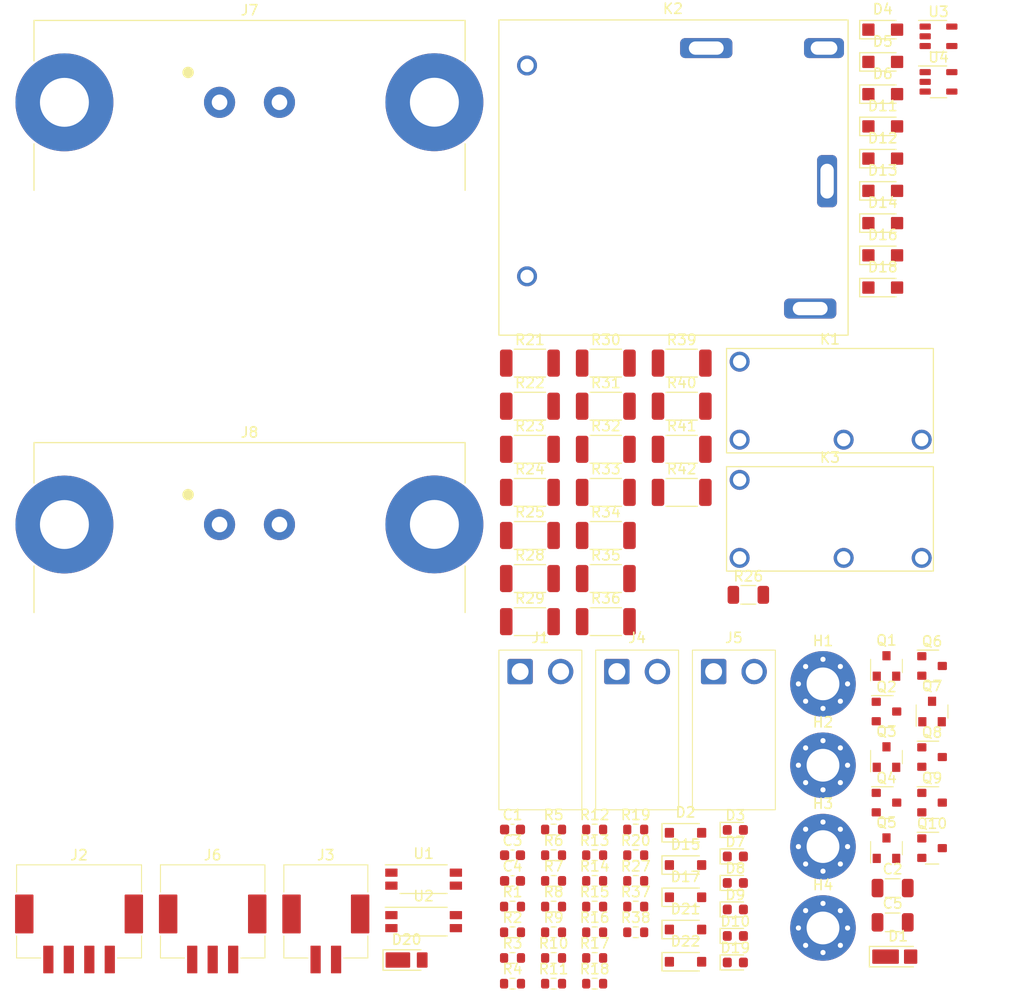
<source format=kicad_pcb>
(kicad_pcb (version 20221018) (generator pcbnew)
  (layers (0 "F.Cu" signal) (31 "B.Cu" signal) (34 "B.Paste" user) (35 "F.Paste" user) (36 "B.SilkS" user "B.Silkscreen") (37 "F.SilkS" user "F.Silkscreen") (38 "B.Mask" user) (39 "F.Mask" user) (44 "Edge.Cuts" user))
  (net 0 "")
  (net 1 "Net-(D4-K)")
  (net 2 "GND")
  (net 3 "+12V")
  (net 4 "Net-(D5-A)")
  (net 5 "Net-(D18-K)")
  (net 6 "Net-(C5-Pad1)")
  (net 7 "Net-(D1-A)")
  (net 8 "/SDN_IN")
  (net 9 "Net-(D2-A)")
  (net 10 "Net-(D3-A)")
  (net 11 "Net-(D7-A)")
  (net 12 "Net-(D8-A)")
  (net 13 "Net-(D9-A)")
  (net 14 "Net-(D10-A)")
  (net 15 "Net-(D11-A)")
  (net 16 "Net-(D13-A)")
  (net 17 "Net-(D15-A)")
  (net 18 "Net-(D16-K)")
  (net 19 "Net-(D17-A)")
  (net 20 "Net-(D19-A)")
  (net 21 "Net-(D20-K)")
  (net 22 "/TS-")
  (net 23 "/AIR+_Drive")
  (net 24 "/AIR-_DRIVE")
  (net 28 "/AIR+_EN")
  (net 29 "/~{PCHG_EN}")
  (net 30 "/AIR-_EN")
  (net 31 "Net-(J3-Pin_1)")
  (net 32 "/Voltage_Detect_1")
  (net 33 "/Voltage_Detect_2")
  (net 34 "/PCHG_IN")
  (net 35 "/PCHG_OUT")
  (net 37 "/TS+")
  (net 39 "Net-(K2-Pad2)")
  (net 40 "Net-(Q3-D)")
  (net 41 "Net-(U1-Collector)")
  (net 42 "Net-(U2-Collector)")
  (net 43 "Net-(U1-Cathode)")
  (net 44 "Net-(U2-Cathode)")
  (net 45 "Net-(R21-Pad1)")
  (net 46 "Net-(R22-Pad1)")
  (net 47 "Net-(R23-Pad1)")
  (net 48 "Net-(R24-Pad1)")
  (net 49 "Net-(R28-Pad1)")
  (net 50 "Net-(R29-Pad1)")
  (net 51 "Net-(R30-Pad1)")
  (net 52 "Net-(R31-Pad1)")
  (net 53 "Net-(R33-Pad1)")
  (net 54 "Net-(R34-Pad1)")
  (net 55 "Net-(R35-Pad1)")
  (net 56 "Net-(U3-REF)")
  (net 57 "Net-(U4-REF)")
  (net 58 "Net-(R39-Pad1)")
  (net 59 "Net-(R40-Pad1)")
  (net 60 "Net-(R41-Pad1)")
  (footprint "ProjectEV:Package_SOT-23_2N7002K-AU" (layer "F.Cu") (at 192.202944 131.252944)
    (fp_text reference "Q9" (at 0 -2.4) (layer "F.SilkS"))
    (fp_text value "2N7002K-AU")
    (pad "1" smd roundrect (at -1 -0.95) (size 0.9 0.8) (layers "F.Cu" "F.Paste" "F.Mask") (roundrect_rratio 0.125) (net 18 "Net-(D16-K)"))
    (pad "2" smd roundrect (at -1 0.95) (size 0.9 0.8) (layers "F.Cu" "F.Paste" "F.Mask") (roundrect_rratio 0.125) (net 2 "GND"))
    (pad "3" smd roundrect (at 1 0) (size 0.9 0.8) (layers "F.Cu" "F.Paste" "F.Mask") (roundrect_rratio 0.125) (net 17 "Net-(D15-A)"))
  )
  (footprint "ProjectEV:Relay_G5Q-1A4 DC12" (layer "F.Cu") (at 182.232944 103.532944)
    (fp_text reference "K3" (at 0 -6 unlocked) (layer "F.SilkS"))
    (fp_text value "G5Q-1A4_DC12")
    (pad "1" thru_hole circle (at -8.82 3.81) (size 1.95 1.95) (drill 1.3) (layers "*.Cu" "*.Mask") (net 19 "Net-(D17-A)"))
    (pad "2" thru_hole circle (at 1.34 3.81) (size 1.95 1.95) (drill 1.3) (layers "*.Cu" "*.Mask") (net 24 "/AIR-_DRIVE"))
    (pad "3" thru_hole circle (at 8.96 3.81) (size 1.95 1.95) (drill 1.3) (layers "*.Cu" "*.Mask") (net 8 "/SDN_IN"))
    (pad "5" thru_hole circle (at -8.82 -3.81) (size 1.95 1.95) (drill 1.3) (layers "*.Cu" "*.Mask") (net 8 "/SDN_IN"))
  )
  (footprint "Resistor_SMD:R_2010_5025Metric" (layer "F.Cu") (at 160.342944 100.942944)
    (fp_text reference "R33" (at 0 -2.28) (layer "F.SilkS"))
    (fp_text value "1M_5025")
    (pad "1" smd roundrect (at -2.3125 0) (size 1.225 2.65) (layers "F.Cu" "F.Paste" "F.Mask") (roundrect_rratio 0.204082) (net 53 "Net-(R33-Pad1)"))
    (pad "2" smd roundrect (at 2.3125 0) (size 1.225 2.65) (layers "F.Cu" "F.Paste" "F.Mask") (roundrect_rratio 0.204082) (net 37 "/TS+"))
  )
  (footprint "ProjectEV:Package_SOT-23_2N7002K-AU" (layer "F.Cu") (at 192.202944 117.902944)
    (fp_text reference "Q6" (at 0 -2.4) (layer "F.SilkS"))
    (fp_text value "2N7002K-AU")
    (pad "1" smd roundrect (at -1 -0.95) (size 0.9 0.8) (layers "F.Cu" "F.Paste" "F.Mask") (roundrect_rratio 0.125) (net 15 "Net-(D11-A)"))
    (pad "2" smd roundrect (at -1 0.95) (size 0.9 0.8) (layers "F.Cu" "F.Paste" "F.Mask") (roundrect_rratio 0.125) (net 2 "GND"))
    (pad "3" smd roundrect (at 1 0) (size 0.9 0.8) (layers "F.Cu" "F.Paste" "F.Mask") (roundrect_rratio 0.125) (net 32 "/Voltage_Detect_1"))
  )
  (footprint "LED_SMD:LED_0603_1608Metric" (layer "F.Cu") (at 172.992944 139.102944)
    (fp_text reference "D8" (at 0 -1.43) (layer "F.SilkS"))
    (fp_text value "LED")
    (pad "1" smd roundrect (at -0.7875 0) (size 0.875 0.95) (layers "F.Cu" "F.Paste" "F.Mask") (net 2 "GND"))
    (pad "2" smd roundrect (at 0.7875 0) (size 0.875 0.95) (layers "F.Cu" "F.Paste" "F.Mask") (net 12 "Net-(D8-A)"))
  )
  (footprint "Resistor_SMD:R_0603_1608Metric" (layer "F.Cu") (at 159.252944 136.392944)
    (fp_text reference "R13" (at 0 -1.43) (layer "F.SilkS"))
    (fp_text value "100_1608")
    (pad "1" smd roundrect (at -0.825 0) (size 0.8 0.95) (layers "F.Cu" "F.Paste" "F.Mask") (net 40 "Net-(Q3-D)"))
    (pad "2" smd roundrect (at 0.825 0) (size 0.8 0.95) (layers "F.Cu" "F.Paste" "F.Mask") (net 18 "Net-(D16-K)"))
  )
  (footprint "ProjectEV:Relay_AZDC6-2AE-12D" (layer "F.Cu") (at 166.902944 70.182944)
    (fp_text reference "K2" (at 0 -16.5 unlocked) (layer "F.SilkS"))
    (fp_text value "AZDC6-2AE-12D")
    (pad "1" thru_hole roundrect (at 3.25 -12.65) (size 5.1 1.95) (drill oval 3.4 1.3) (layers "*.Cu" "*.Mask") (net 34 "/PCHG_IN"))
    (pad "2" thru_hole roundrect (at 15.05 0.35 270) (size 5.1 1.95) (drill oval 3.4 1.3) (layers "*.Cu" "*.Mask") (net 39 "Net-(K2-Pad2)"))
    (pad "3" thru_hole roundrect (at 14.75 -12.65) (size 3.9 1.95) (drill oval 2.6 1.3) (layers "*.Cu" "*.Mask") (net 39 "Net-(K2-Pad2)"))
    (pad "4" thru_hole roundrect (at 13.4 12.8) (size 5.1 1.95) (drill oval 3.4 1.3) (layers "*.Cu" "*.Mask") (net 35 "/PCHG_OUT"))
    (pad "5" thru_hole circle (at -14.25 9.65) (size 1.95 1.95) (drill 1.3) (layers "*.Cu" "*.Mask") (net 17 "Net-(D15-A)"))
    (pad "6" thru_hole circle (at -14.25 -10.95) (size 1.95 1.95) (drill 1.3) (layers "*.Cu" "*.Mask") (net 8 "/SDN_IN"))
  )
  (footprint "Resistor_SMD:R_2010_5025Metric" (layer "F.Cu") (at 167.752944 92.522944)
    (fp_text reference "R40" (at 0 -2.28) (layer "F.SilkS"))
    (fp_text value "1M_5025")
    (pad "1" smd roundrect (at -2.3125 0) (size 1.225 2.65) (layers "F.Cu" "F.Paste" "F.Mask") (roundrect_rratio 0.204082) (net 59 "Net-(R40-Pad1)"))
    (pad "2" smd roundrect (at 2.3125 0) (size 1.225 2.65) (layers "F.Cu" "F.Paste" "F.Mask") (roundrect_rratio 0.204082) (net 58 "Net-(R39-Pad1)"))
  )
  (footprint "Resistor_SMD:R_2010_5025Metric" (layer "F.Cu") (at 152.932944 96.732944)
    (fp_text reference "R23" (at 0 -2.28) (layer "F.SilkS"))
    (fp_text value "15k_5025")
    (pad "1" smd roundrect (at -2.3125 0) (size 1.225 2.65) (layers "F.Cu" "F.Paste" "F.Mask") (roundrect_rratio 0.204082) (net 47 "Net-(R23-Pad1)"))
    (pad "2" smd roundrect (at 2.3125 0) (size 1.225 2.65) (layers "F.Cu" "F.Paste" "F.Mask") (roundrect_rratio 0.204082) (net 46 "Net-(R22-Pad1)"))
  )
  (footprint "Resistor_SMD:R_0603_1608Metric" (layer "F.Cu") (at 159.252944 138.902944)
    (fp_text reference "R14" (at 0 -1.43) (layer "F.SilkS"))
    (fp_text value "1M_1608")
    (pad "1" smd roundrect (at -0.825 0) (size 0.8 0.95) (layers "F.Cu" "F.Paste" "F.Mask") (net 18 "Net-(D16-K)"))
    (pad "2" smd roundrect (at 0.825 0) (size 0.8 0.95) (layers "F.Cu" "F.Paste" "F.Mask") (net 2 "GND"))
  )
  (footprint "MountingHole:MountingHole_3.2mm_M3_Pad_Via" (layer "F.Cu") (at 181.552944 143.502944)
    (fp_text reference "H4" (at 0 -4.2) (layer "F.SilkS"))
    (fp_text value "M3")
    (pad "1" thru_hole circle (at -2.4 0) (size 0.8 0.8) (drill 0.5) (layers "*.Cu" "*.Mask") (net 6 "Net-(C5-Pad1)"))
    (pad "1" thru_hole circle (at -1.697056 -1.697056) (size 0.8 0.8) (drill 0.5) (layers "*.Cu" "*.Mask") (net 6 "Net-(C5-Pad1)"))
    (pad "1" thru_hole circle (at -1.697056 1.697056) (size 0.8 0.8) (drill 0.5) (layers "*.Cu" "*.Mask") (net 6 "Net-(C5-Pad1)"))
    (pad "1" thru_hole circle (at 0 -2.4) (size 0.8 0.8) (drill 0.5) (layers "*.Cu" "*.Mask") (net 6 "Net-(C5-Pad1)"))
    (pad "1" thru_hole circle (at 0 0) (size 6.4 6.4) (drill 3.2) (layers "*.Cu" "*.Mask") (net 6 "Net-(C5-Pad1)"))
    (pad "1" thru_hole circle (at 0 2.4) (size 0.8 0.8) (drill 0.5) (layers "*.Cu" "*.Mask") (net 6 "Net-(C5-Pad1)"))
    (pad "1" thru_hole circle (at 1.697056 -1.697056) (size 0.8 0.8) (drill 0.5) (layers "*.Cu" "*.Mask") (net 6 "Net-(C5-Pad1)"))
    (pad "1" thru_hole circle (at 1.697056 1.697056) (size 0.8 0.8) (drill 0.5) (layers "*.Cu" "*.Mask") (net 6 "Net-(C5-Pad1)"))
    (pad "1" thru_hole circle (at 2.4 0) (size 0.8 0.8) (drill 0.5) (layers "*.Cu" "*.Mask") (net 6 "Net-(C5-Pad1)"))
  )
  (footprint "ProjectEV:Isolator_TLP291(GB,SE" (layer "F.Cu") (at 142.552944 142.882944)
    (fp_text reference "U2" (at 0 -2.5 unlocked) (layer "F.SilkS"))
    (fp_text value "TLP291(GB,SE")
    (pad "1" smd roundrect (at -3.15 -0.635) (size 1.2 0.8) (layers "F.Cu" "F.Paste" "F.Mask") (roundrect_rratio 0.0625) (net 43 "Net-(U1-Cathode)"))
    (pad "2" smd roundrect (at -3.15 0.635) (size 1.2 0.8) (layers "F.Cu" "F.Paste" "F.Mask") (roundrect_rratio 0.0625) (net 44 "Net-(U2-Cathode)"))
    (pad "3" smd roundrect (at 3.15 0.635) (size 1.2 0.8) (layers "F.Cu" "F.Paste" "F.Mask") (roundrect_rratio 0.0625) (net 2 "GND"))
    (pad "4" smd roundrect (at 3.15 -0.635) (size 1.2 0.8) (layers "F.Cu" "F.Paste" "F.Mask") (roundrect_rratio 0.0625) (net 42 "Net-(U2-Collector)"))
  )
  (footprint "ProjectEV:D_SOD-123_1N4448W" (layer "F.Cu") (at 168.127944 137.352944)
    (fp_text reference "D15" (at 0 -2 unlocked) (layer "F.SilkS"))
    (fp_text value "1N4448WQ-7-F")
    (pad "1" smd roundrect (at -1.575 0) (size 0.9 0.95) (layers "F.Cu" "F.Paste" "F.Mask") (roundrect_rratio 0.1111111111) (net 8 "/SDN_IN"))
    (pad "2" smd roundrect (at 1.575 0) (size 0.9 0.95) (layers "F.Cu" "F.Paste" "F.Mask") (roundrect_rratio 0.1111111111) (net 17 "Net-(D15-A)"))
  )
  (footprint "LED_SMD:LED_0603_1608Metric" (layer "F.Cu") (at 172.992944 141.692944)
    (fp_text reference "D9" (at 0 -1.43) (layer "F.SilkS"))
    (fp_text value "LED")
    (pad "1" smd roundrect (at -0.7875 0) (size 0.875 0.95) (layers "F.Cu" "F.Paste" "F.Mask") (net 2 "GND"))
    (pad "2" smd roundrect (at 0.7875 0) (size 0.875 0.95) (layers "F.Cu" "F.Paste" "F.Mask") (net 13 "Net-(D9-A)"))
  )
  (footprint "Resistor_SMD:R_2010_5025Metric" (layer "F.Cu") (at 167.752944 88.312944)
    (fp_text reference "R39" (at 0 -2.28) (layer "F.SilkS"))
    (fp_text value "1M_5025")
    (pad "1" smd roundrect (at -2.3125 0) (size 1.225 2.65) (layers "F.Cu" "F.Paste" "F.Mask") (roundrect_rratio 0.204082) (net 58 "Net-(R39-Pad1)"))
    (pad "2" smd roundrect (at 2.3125 0) (size 1.225 2.65) (layers "F.Cu" "F.Paste" "F.Mask") (roundrect_rratio 0.204082) (net 37 "/TS+"))
  )
  (footprint "Capacitor_SMD:C_1206_3216Metric" (layer "F.Cu") (at 188.352944 139.602944)
    (fp_text reference "C2" (at 0 -1.85) (layer "F.SilkS"))
    (fp_text value "10u_3216")
    (pad "1" smd roundrect (at -1.475 0) (size 1.15 1.8) (layers "F.Cu" "F.Paste" "F.Mask") (roundrect_rratio 0.217391) (net 3 "+12V"))
    (pad "2" smd roundrect (at 1.475 0) (size 1.15 1.8) (layers "F.Cu" "F.Paste" "F.Mask") (roundrect_rratio 0.217391) (net 2 "GND"))
  )
  (footprint "ProjectEV:D_SOD-123F_BZT52H-xxx" (layer "F.Cu") (at 187.387944 77.782944)
    (fp_text reference "D16" (at 0 -2 unlocked) (layer "F.SilkS"))
    (fp_text value "BZT52H-C16")
    (pad "1" smd roundrect (at -1.4 0) (size 1.2 1.2) (layers "F.Cu" "F.Mask") (roundrect_rratio 0.08333333333) (net 18 "Net-(D16-K)"))
    (pad "2" smd roundrect (at 1.4 0) (size 1.2 1.2) (layers "F.Cu" "F.Mask") (roundrect_rratio 0.08333333333) (net 2 "GND"))
  )
  (footprint "ProjectEV:D_SOD-123_1N4448W" (layer "F.Cu") (at 168.127944 146.802944)
    (fp_text reference "D22" (at 0 -2 unlocked) (layer "F.SilkS"))
    (fp_text value "1N4448WQ-7-F")
    (pad "1" smd roundrect (at -1.575 0) (size 0.9 0.95) (layers "F.Cu" "F.Paste" "F.Mask") (roundrect_rratio 0.1111111111) (net 24 "/AIR-_DRIVE"))
    (pad "2" smd roundrect (at 1.575 0) (size 0.9 0.95) (layers "F.Cu" "F.Paste" "F.Mask") (roundrect_rratio 0.1111111111) (net 2 "GND"))
  )
  (footprint "ProjectEV:Package_SOT-23-5_TL431QDBVR" (layer "F.Cu") (at 192.832944 56.382944)
    (fp_text reference "U3" (at 0 -2.4) (layer "F.SilkS"))
    (fp_text value "TL431QDBVR")
    (pad "1" smd roundrect (at -1.3 -0.95) (size 1.1 0.6) (layers "F.Cu" "F.Paste" "F.Mask") (roundrect_rratio 0.1666666667))
    (pad "2" smd roundrect (at -1.3 0) (size 1.1 0.6) (layers "F.Cu" "F.Paste" "F.Mask") (roundrect_rratio 0.1666666667))
    (pad "3" smd roundrect (at -1.3 0.95) (size 1.1 0.6) (layers "F.Cu" "F.Paste" "F.Mask") (roundrect_rratio 0.1666666667) (net 44 "Net-(U2-Cathode)"))
    (pad "4" smd roundrect (at 1.3 0.95) (size 1.1 0.6) (layers "F.Cu" "F.Paste" "F.Mask") (roundrect_rratio 0.1666666667) (net 56 "Net-(U3-REF)"))
    (pad "5" smd roundrect (at 1.3 -0.95) (size 1.1 0.6) (layers "F.Cu" "F.Paste" "F.Mask") (roundrect_rratio 0.1666666667) (net 22 "/TS-"))
  )
  (footprint "Resistor_SMD:R_0603_1608Metric" (layer "F.Cu") (at 163.262944 143.922944)
    (fp_text reference "R38" (at 0 -1.43) (layer "F.SilkS"))
    (fp_text value "13k_1608")
    (pad "1" smd roundrect (at -0.825 0) (size 0.8 0.95) (layers "F.Cu" "F.Paste" "F.Mask") (net 22 "/TS-"))
    (pad "2" smd roundrect (at 0.825 0) (size 0.8 0.95) (layers "F.Cu" "F.Paste" "F.Mask") (net 57 "Net-(U4-REF)"))
  )
  (footprint "ProjectEV:D_SOD-123F_BZT52H-xxx" (layer "F.Cu") (at 187.387944 71.482944)
    (fp_text reference "D13" (at 0 -2 unlocked) (layer "F.SilkS"))
    (fp_text value "BZT52H-C16")
    (pad "1" smd roundrect (at -1.4 0) (size 1.2 1.2) (layers "F.Cu" "F.Mask") (roundrect_rratio 0.08333333333) (net 3 "+12V"))
    (pad "2" smd roundrect (at 1.4 0) (size 1.2 1.2) (layers "F.Cu" "F.Mask") (roundrect_rratio 0.08333333333) (net 16 "Net-(D13-A)"))
  )
  (footprint "Resistor_SMD:R_0603_1608Metric" (layer "F.Cu") (at 155.242944 146.432944)
    (fp_text reference "R10" (at 0 -1.43) (layer "F.SilkS"))
    (fp_text value "1M_1608")
    (pad "1" smd roundrect (at -0.825 0) (size 0.8 0.95) (layers "F.Cu" "F.Paste" "F.Mask") (net 15 "Net-(D11-A)"))
    (pad "2" smd roundrect (at 0.825 0) (size 0.8 0.95) (layers "F.Cu" "F.Paste" "F.Mask") (net 3 "+12V"))
  )
  (footprint "Resistor_SMD:R_0603_1608Metric" (layer "F.Cu") (at 151.232944 146.432944)
    (fp_text reference "R3" (at 0 -1.43) (layer "F.SilkS"))
    (fp_text value "1M_1608")
    (pad "1" smd roundrect (at -0.825 0) (size 0.8 0.95) (layers "F.Cu" "F.Paste" "F.Mask") (net 1 "Net-(D4-K)"))
    (pad "2" smd roundrect (at 0.825 0) (size 0.8 0.95) (layers "F.Cu" "F.Paste" "F.Mask") (net 2 "GND"))
  )
  (footprint "ProjectEV:Package_SOT-23_2N7002K-AU" (layer "F.Cu") (at 192.202944 126.802944)
    (fp_text reference "Q8" (at 0 -2.4) (layer "F.SilkS"))
    (fp_text value "2N7002K-AU")
    (pad "1" smd roundrect (at -1 -0.95) (size 0.9 0.8) (layers "F.Cu" "F.Paste" "F.Mask") (roundrect_rratio 0.125) (net 16 "Net-(D13-A)"))
    (pad "2" smd roundrect (at -1 0.95) (size 0.9 0.8) (layers "F.Cu" "F.Paste" "F.Mask") (roundrect_rratio 0.125) (net 2 "GND"))
    (pad "3" smd roundrect (at 1 0) (size 0.9 0.8) (layers "F.Cu" "F.Paste" "F.Mask") (roundrect_rratio 0.125) (net 33 "/Voltage_Detect_2"))
  )
  (footprint "Resistor_SMD:R_2010_5025Metric" (layer "F.Cu") (at 152.932944 92.522944)
    (fp_text reference "R22" (at 0 -2.28) (layer "F.SilkS"))
    (fp_text value "15k_5025")
    (pad "1" smd roundrect (at -2.3125 0) (size 1.225 2.65) (layers "F.Cu" "F.Paste" "F.Mask") (roundrect_rratio 0.204082) (net 46 "Net-(R22-Pad1)"))
    (pad "2" smd roundrect (at 2.3125 0) (size 1.225 2.65) (layers "F.Cu" "F.Paste" "F.Mask") (roundrect_rratio 0.204082) (net 45 "Net-(R21-Pad1)"))
  )
  (footprint "Resistor_SMD:R_1206_3216Metric" (layer "F.Cu") (at 174.262944 110.952944)
    (fp_text reference "R26" (at 0 -1.82) (layer "F.SilkS"))
    (fp_text value "1M_3216")
    (pad "1" smd roundrect (at -1.4625 0) (size 1.125 1.75) (layers "F.Cu" "F.Paste" "F.Mask") (roundrect_rratio 0.222222) (net 6 "Net-(C5-Pad1)"))
    (pad "2" smd roundrect (at 1.4625 0) (size 1.125 1.75) (layers "F.Cu" "F.Paste" "F.Mask") (roundrect_rratio 0.222222) (net 2 "GND"))
  )
  (footprint "Resistor_SMD:R_2010_5025Metric" (layer "F.Cu") (at 160.342944 113.572944)
    (fp_text reference "R36" (at 0 -2.28) (layer "F.SilkS"))
    (fp_text value "1M_5025")
    (pad "1" smd roundrect (at -2.3125 0) (size 1.225 2.65) (layers "F.Cu" "F.Paste" "F.Mask") (roundrect_rratio 0.204082) (net 56 "Net-(U3-REF)"))
    (pad "2" smd roundrect (at 2.3125 0) (size 1.225 2.65) (layers "F.Cu" "F.Paste" "F.Mask") (roundrect_rratio 0.204082) (net 55 "Net-(R35-Pad1)"))
  )
  (footprint "Resistor_SMD:R_0603_1608Metric" (layer "F.Cu") (at 159.252944 143.922944)
    (fp_text reference "R16" (at 0 -1.43) (layer "F.SilkS"))
    (fp_text value "100_1608")
    (pad "1" smd roundrect (at -0.825 0) (size 0.8 0.95) (layers "F.Cu" "F.Paste" "F.Mask") (net 42 "Net-(U2-Collector)"))
    (pad "2" smd roundrect (at 0.825 0) (size 0.8 0.95) (layers "F.Cu" "F.Paste" "F.Mask") (net 16 "Net-(D13-A)"))
  )
  (footprint "Resistor_SMD:R_2010_5025Metric" (layer "F.Cu") (at 152.932944 88.312944)
    (fp_text reference "R21" (at 0 -2.28) (layer "F.SilkS"))
    (fp_text value "15k_5025")
    (pad "1" smd roundrect (at -2.3125 0) (size 1.225 2.65) (layers "F.Cu" "F.Paste" "F.Mask") (roundrect_rratio 0.204082) (net 45 "Net-(R21-Pad1)"))
    (pad "2" smd roundrect (at 2.3125 0) (size 1.225 2.65) (layers "F.Cu" "F.Paste" "F.Mask") (roundrect_rratio 0.204082) (net 37 "/TS+"))
  )
  (footprint "Resistor_SMD:R_2010_5025Metric" (layer "F.Cu") (at 152.932944 100.942944)
    (fp_text reference "R24" (at 0 -2.28) (layer "F.SilkS"))
    (fp_text value "15k_5025")
    (pad "1" smd roundrect (at -2.3125 0) (size 1.225 2.65) (layers "F.Cu" "F.Paste" "F.Mask") (roundrect_rratio 0.204082) (net 48 "Net-(R24-Pad1)"))
    (pad "2" smd roundrect (at 2.3125 0) (size 1.225 2.65) (layers "F.Cu" "F.Paste" "F.Mask") (roundrect_rratio 0.204082) (net 47 "Net-(R23-Pad1)"))
  )
  (footprint "ProjectEV:D_SOD-123_1N4448W" (layer "F.Cu") (at 168.127944 134.202944)
    (fp_text reference "D2" (at 0 -2 unlocked) (layer "F.SilkS"))
    (fp_text value "1N4448WQ-7-F")
    (pad "1" smd roundrect (at -1.575 0) (size 0.9 0.95) (layers "F.Cu" "F.Paste" "F.Mask") (roundrect_rratio 0.1111111111) (net 8 "/SDN_IN"))
    (pad "2" smd roundrect (at 1.575 0) (size 0.9 0.95) (layers "F.Cu" "F.Paste" "F.Mask") (roundrect_rratio 0.1111111111) (net 9 "Net-(D2-A)"))
  )
  (footprint "Resistor_SMD:R_0603_1608Metric" (layer "F.Cu") (at 155.242944 141.412944)
    (fp_text reference "R8" (at 0 -1.43) (layer "F.SilkS"))
    (fp_text value "10k_1608")
    (pad "1" smd roundrect (at -0.825 0) (size 0.8 0.95) (layers "F.Cu" "F.Paste" "F.Mask") (net 33 "/Voltage_Detect_2"))
    (pad "2" smd roundrect (at 0.825 0) (size 0.8 0.95) (layers "F.Cu" "F.Paste" "F.Mask") (net 12 "Net-(D8-A)"))
  )
  (footprint "Resistor_SMD:R_2010_5025Metric" (layer "F.Cu") (at 152.932944 109.362944)
    (fp_text reference "R28" (at 0 -2.28) (layer "F.SilkS"))
    (fp_text value "15k_5025")
    (pad "1" smd roundrect (at -2.3125 0) (size 1.225 2.65) (layers "F.Cu" "F.Paste" "F.Mask") (roundrect_rratio 0.204082) (net 49 "Net-(R28-Pad1)"))
    (pad "2" smd roundrect (at 2.3125 0) (size 1.225 2.65) (layers "F.Cu" "F.Paste" "F.Mask") (roundrect_rratio 0.204082) (net 37 "/TS+"))
  )
  (footprint "Capacitor_SMD:C_0603_1608Metric" (layer "F.Cu") (at 151.232944 133.882944)
    (fp_text reference "C1" (at 0 -1.43) (layer "F.SilkS"))
    (fp_text value "0.1u_1608")
    (pad "1" smd roundrect (at -0.775 0) (size 0.9 0.95) (layers "F.Cu" "F.Paste" "F.Mask") (net 1 "Net-(D4-K)"))
    (pad "2" smd roundrect (at 0.775 0) (size 0.9 0.95) (layers "F.Cu" "F.Paste" "F.Mask") (net 2 "GND"))
  )
  (footprint "Resistor_SMD:R_2010_5025Metric" (layer "F.Cu") (at 167.752944 100.942944)
    (fp_text reference "R42" (at 0 -2.28) (layer "F.SilkS"))
    (fp_text value "1M_5025")
    (pad "1" smd roundrect (at -2.3125 0) (size 1.225 2.65) (layers "F.Cu" "F.Paste" "F.Mask") (roundrect_rratio 0.204082) (net 56 "Net-(U3-REF)"))
    (pad "2" smd roundrect (at 2.3125 0) (size 1.225 2.65) (layers "F.Cu" "F.Paste" "F.Mask") (roundrect_rratio 0.204082) (net 60 "Net-(R41-Pad1)"))
  )
  (footprint "Resistor_SMD:R_0603_1608Metric" (layer "F.Cu") (at 151.232944 148.942944)
    (fp_text reference "R4" (at 0 -1.43) (layer "F.SilkS"))
    (fp_text value "10k_1608")
    (pad "1" smd roundrect (at -0.825 0) (size 0.8 0.95) (layers "F.Cu" "F.Paste" "F.Mask") (net 3 "+12V"))
    (pad "2" smd roundrect (at 0.825 0) (size 0.8 0.95) (layers "F.Cu" "F.Paste" "F.Mask") (net 10 "Net-(D3-A)"))
  )
  (footprint "Resistor_SMD:R_2010_5025Metric" (layer "F.Cu") (at 160.342944 105.152944)
    (fp_text reference "R34" (at 0 -2.28) (layer "F.SilkS"))
    (fp_text value "1M_5025")
    (pad "1" smd roundrect (at -2.3125 0) (size 1.225 2.65) (layers "F.Cu" "F.Paste" "F.Mask") (roundrect_rratio 0.204082) (net 54 "Net-(R34-Pad1)"))
    (pad "2" smd roundrect (at 2.3125 0) (size 1.225 2.65) (layers "F.Cu" "F.Paste" "F.Mask") (roundrect_rratio 0.204082) (net 53 "Net-(R33-Pad1)"))
  )
  (footprint "ProjectEV:Package_SOT-23_DMP3098LQ-7" (layer "F.Cu") (at 187.752944 117.902944)
    (fp_text reference "Q1" (at 0 -2.5 unlocked) (layer "F.SilkS"))
    (fp_text value "DMP3098LQ-7")
    (pad "1" smd roundrect (at -0.95 1) (size 0.8 0.9) (layers "F.Cu" "F.Paste" "F.Mask") (roundrect_rratio 0.0625) (net 7 "Net-(D1-A)"))
    (pad "2" smd roundrect (at 0.95 1) (size 0.8 0.9) (layers "F.Cu" "F.Paste" "F.Mask") (roundrect_rratio 0.0625) (net 3 "+12V"))
    (pad "3" smd roundrect (at 0 -1) (size 0.8 0.9) (layers "F.Cu" "F.Paste" "F.Mask") (roundrect_rratio 0.0625) (net 31 "Net-(J3-Pin_1)"))
  )
  (footprint "ProjectEV:D_SOD-123F_BZT52H-xxx" (layer "F.Cu") (at 187.387944 68.332944)
    (fp_text reference "D12" (at 0 -2 unlocked) (layer "F.SilkS"))
    (fp_text value "BZT52H-C16")
    (pad "1" smd roundrect (at -1.4 0) (size 1.2 1.2) (layers "F.Cu" "F.Mask") (roundrect_rratio 0.08333333333) (net 15 "Net-(D11-A)"))
    (pad "2" smd roundrect (at 1.4 0) (size 1.2 1.2) (layers "F.Cu" "F.Mask") (roundrect_rratio 0.08333333333) (net 2 "GND"))
  )
  (footprint "ProjectEV:Connector_S2P-VH" (layer "F.Cu") (at 153.952944 124.152944)
    (fp_text reference "J1" (at 0 -9 unlocked) (layer "F.SilkS"))
    (fp_text value "S2P-VH")
    (pad "1" thru_hole roundrect (at -1.98 -5.7) (size 2.475 2.475) (drill 1.65) (layers "*.Cu" "*.Mask") (roundrect_rratio 0.092593) (net 8 "/SDN_IN"))
    (pad "2" thru_hole circle (at 1.98 -5.7) (size 2.475 2.475) (drill 1.65) (layers "*.Cu" "*.Mask") (net 2 "GND"))
  )
  (footprint "ProjectEV:D_SOD-123F_BZT52H-xxx" (layer "F.Cu") (at 187.387944 65.182944)
    (fp_text reference "D11" (at 0 -2 unlocked) (layer "F.SilkS"))
    (fp_text value "BZT52H-C16")
    (pad "1" smd roundrect (at -1.4 0) (size 1.2 1.2) (layers "F.Cu" "F.Mask") (roundrect_rratio 0.08333333333) (net 3 "+12V"))
    (pad "2" smd roundrect (at 1.4 0) (size 1.2 1.2) (layers "F.Cu" "F.Mask") (roundrect_rratio 0.08333333333) (net 15 "Net-(D11-A)"))
  )
  (footprint "Resistor_SMD:R_2010_5025Metric" (layer "F.Cu") (at 160.342944 92.522944)
    (fp_text reference "R31" (at 0 -2.28) (layer "F.SilkS"))
    (fp_text value "15k_5025")
    (pad "1" smd roundrect (at -2.3125 0) (size 1.225 2.65) (layers "F.Cu" "F.Paste" "F.Mask") (roundrect_rratio 0.204082) (net 52 "Net-(R31-Pad1)"))
    (pad "2" smd roundrect (at 2.3125 0) (size 1.225 2.65) (layers "F.Cu" "F.Paste" "F.Mask") (roundrect_rratio 0.204082) (net 51 "Net-(R30-Pad1)"))
  )
  (footprint "Resistor_SMD:R_0603_1608Metric" (layer "F.Cu") (at 155.242944 138.902944)
    (fp_text reference "R7" (at 0 -1.43) (layer "F.SilkS"))
    (fp_text value "10k_1608")
    (pad "1" smd roundrect (at -0.825 0) (size 0.8 0.95) (layers "F.Cu" "F.Paste" "F.Mask") (net 32 "/Voltage_Detect_1"))
    (pad "2" smd roundrect (at 0.825 0) (size 0.8 0.95) (layers "F.Cu" "F.Paste" "F.Mask") (net 11 "Net-(D7-A)"))
  )
  (footprint "ProjectEV:Package_SOT-23_PJA3439-AU_R1_000A1" (layer "F.Cu") (at 187.752944 135.702944)
    (fp_text reference "Q5" (at 0 -2.5 unlocked) (layer "F.SilkS"))
    (fp_text value "PJA3439-AU_R1_000A1")
    (pad "1" smd roundrect (at -0.95 1) (size 0.8 0.9) (layers "F.Cu" "F.Paste" "F.Mask") (roundrect_rratio 0.0625) (net 15 "Net-(D11-A)"))
    (pad "2" smd roundrect (at 0.95 1) (size 0.8 0.9) (layers "F.Cu" "F.Paste" "F.Mask") (roundrect_rratio 0.0625) (net 3 "+12V"))
    (pad "3" smd roundrect (at 0 -1) (size 0.8 0.9) (layers "F.Cu" "F.Paste" "F.Mask") (roundrect_rratio 0.0625) (net 32 "/Voltage_Detect_1"))
  )
  (footprint "MountingHole:MountingHole_3.2mm_M3_Pad_Via" (layer "F.Cu") (at 181.552944 119.652944)
    (fp_text reference "H1" (at 0 -4.2) (layer "F.SilkS"))
    (fp_text value "M3")
    (pad "1" thru_hole circle (at -2.4 0) (size 0.8 0.8) (drill 0.5) (layers "*.Cu" "*.Mask"))
    (pad "1" thru_hole circle (at -1.697056 -1.697056) (size 0.8 0.8) (drill 0.5) (layers "*.Cu" "*.Mask"))
    (pad "1" thru_hole circle (at -1.697056 1.697056) (size 0.8 0.8) (drill 0.5) (layers "*.Cu" "*.Mask"))
    (pad "1" thru_hole circle (at 0 -2.4) (size 0.8 0.8) (drill 0.5) (layers "*.Cu" "*.Mask"))
    (pad "1" thru_hole circle (at 0 0) (size 6.4 6.4) (drill 3.2) (layers "*.Cu" "*.Mask"))
    (pad "1" thru_hole circle (at 0 2.4) (size 0.8 0.8) (drill 0.5) (layers "*.Cu" "*.Mask"))
    (pad "1" thru_hole circle (at 1.697056 -1.697056) (size 0.8 0.8) (drill 0.5) (layers "*.Cu" "*.Mask"))
    (pad "1" thru_hole circle (at 1.697056 1.697056) (size 0.8 0.8) (drill 0.5) (layers "*.Cu" "*.Mask"))
    (pad "1" thru_hole circle (at 2.4 0) (size 0.8 0.8) (drill 0.5) (layers "*.Cu" "*.Mask"))
  )
  (footprint "Resistor_SMD:R_0603_1608Metric" (layer "F.Cu") (at 155.242944 136.392944)
    (fp_text reference "R6" (at 0 -1.43) (layer "F.SilkS"))
    (fp_text value "1M_1608")
    (pad "1" smd roundrect (at -0.825 0) (size 0.8 0.95) (layers "F.Cu" "F.Paste" "F.Mask") (net 2 "GND"))
    (pad "2" smd roundrect (at 0.825 0) (size 0.8 0.95) (layers "F.Cu" "F.Paste" "F.Mask") (net 4 "Net-(D5-A)"))
  )
  (footprint "ProjectEV:Package_SOT-23_PJA3439-AU_R1_000A1" (layer "F.Cu") (at 192.202944 122.352944)
    (fp_text reference "Q7" (at 0 -2.5 unlocked) (layer "F.SilkS"))
    (fp_text value "PJA3439-AU_R1_000A1")
    (pad "1" smd roundrect (at -0.95 1) (size 0.8 0.9) (layers "F.Cu" "F.Paste" "F.Mask") (roundrect_rratio 0.0625) (net 16 "Net-(D13-A)"))
    (pad "2" smd roundrect (at 0.95 1) (size 0.8 0.9) (layers "F.Cu" "F.Paste" "F.Mask") (roundrect_rratio 0.0625) (net 3 "+12V"))
    (pad "3" smd roundrect (at 0 -1) (size 0.8 0.9) (layers "F.Cu" "F.Paste" "F.Mask") (roundrect_rratio 0.0625) (net 33 "/Voltage_Detect_2"))
  )
  (footprint "LED_SMD:LED_0603_1608Metric" (layer "F.Cu") (at 172.992944 146.872944)
    (fp_text reference "D19" (at 0 -1.43) (layer "F.SilkS"))
    (fp_text value "LED")
    (pad "1" smd roundrect (at -0.7875 0) (size 0.875 0.95) (layers "F.Cu" "F.Paste" "F.Mask") (net 2 "GND"))
    (pad "2" smd roundrect (at 0.7875 0) (size 0.875 0.95) (layers "F.Cu" "F.Paste" "F.Mask") (net 20 "Net-(D19-A)"))
  )
  (footprint "ProjectEV:D_SOD-123F_BZT52H-xxx" (layer "F.Cu") (at 187.387944 62.032944)
    (fp_text reference "D6" (at 0 -2 unlocked) (layer "F.SilkS"))
    (fp_text value "BZT52H-C16")
    (pad "1" smd roundrect (at -1.4 0) (size 1.2 1.2) (layers "F.Cu" "F.Mask") (roundrect_rratio 0.08333333333) (net 4 "Net-(D5-A)"))
    (pad "2" smd roundrect (at 1.4 0) (size 1.2 1.2) (layers "F.Cu" "F.Mask") (roundrect_rratio 0.08333333333) (net 2 "GND"))
  )
  (footprint "ProjectEV:D_SOD-123_1N4448W" (layer "F.Cu") (at 168.127944 143.652944)
    (fp_text reference "D21" (at 0 -2 unlocked) (layer "F.SilkS"))
    (fp_text value "1N4448WQ-7-F")
    (pad "1" smd roundrect (at -1.575 0) (size 0.9 0.95) (layers "F.Cu" "F.Paste" "F.Mask") (roundrect_rratio 0.1111111111) (net 23 "/AIR+_Drive"))
    (pad "2" smd roundrect (at 1.575 0) (size 0.9 0.95) (layers "F.Cu" "F.Paste" "F.Mask") (roundrect_rratio 0.1111111111) (net 2 "GND"))
  )
  (footprint "ProjectEV:Connector_SM03B-PASS-1-TB" (layer "F.Cu") (at 121.952944 141.882944)
    (fp_text reference "J6" (at 0 -5.5 unlocked) (layer "F.SilkS"))
    (fp_text value "SM03B-PASS-1-TB")
    (pad "" np_thru_hole oval (at -4.2 3.5) (size 1.4 0.8) (drill oval 1.4 0.8) (layers "F&B.Cu" "*.Mask"))
    (pad "" np_thru_hole circle (at 4.2 3.5) (size 0.8 0.8) (drill 0.8) (layers "F&B.Cu" "*.Mask"))
    (pad "1" smd roundrect (at 2 4.7) (size 1 2.7) (layers "F.Cu" "F.Paste" "F.Mask") (roundrect_rratio 0.05) (net 32 "/Voltage_Detect_1"))
    (pad "2" smd roundrect (at 0 4.7) (size 1 2.7) (layers "F.Cu" "F.Paste" "F.Mask") (roundrect_rratio 0.05) (net 33 "/Voltage_Detect_2"))
    (pad "3" smd roundrect (at -2 4.7) (size 1 2.7) (layers "F.Cu" "F.Paste" "F.Mask") (roundrect_rratio 0.05) (net 2 "GND"))
    (pad "MP1" smd roundrect (at 4.35 0.25) (size 1.8 3.8) (layers "F.Cu" "F.Paste" "F.Mask") (roundrect_rratio 0.05) (net 2 "GND"))
    (pad "MP2" smd roundrect (at -4.35 0.25) (size 1.8 3.8) (layers "F.Cu" "F.Paste" "F.Mask") (roundrect_rratio 0.05) (net 2 "GND"))
  )
  (footprint "LED_SMD:LED_0603_1608Metric" (layer "F.Cu") (at 172.992944 133.922944)
    (fp_text reference "D3" (at 0 -1.43) (layer "F.SilkS"))
    (fp_text value "LED")
    (pad "1" smd roundrect (at -0.7875 0) (size 0.875 0.95) (layers "F.Cu" "F.Paste" "F.Mask") (net 2 "GND"))
    (pad "2" smd roundrect (at 0.7875 0) (size 0.875 0.95) (layers "F.Cu" "F.Paste" "F.Mask") (net 10 "Net-(D3-A)"))
  )
  (footprint "Resistor_SMD:R_2010_5025Metric" (layer "F.Cu") (at 167.752944 96.732944)
    (fp_text reference "R41" (at 0 -2.28) (layer "F.SilkS"))
    (fp_text value "1M_5025")
    (pad "1" smd roundrect (at -2.3125 0) (size 1.225 2.65) (layers "F.Cu" "F.Paste" "F.Mask") (roundrect_rratio 0.204082) (net 60 "Net-(R41-Pad1)"))
    (pad "2" smd roundrect (at 2.3125 0) (size 1.225 2.65) (layers "F.Cu" "F.Paste" "F.Mask") (roundrect_rratio 0.204082) (net 59 "Net-(R40-Pad1)"))
  )
  (footprint "Capacitor_SMD:C_0603_1608Metric" (layer "F.Cu") (at 151.232944 136.392944)
    (fp_text reference "C3" (at 0 -1.43) (layer "F.SilkS"))
    (fp_text value "0.1u_1608")
    (pad "1" smd roundrect (at -0.775 0) (size 0.9 0.95) (layers "F.Cu" "F.Paste" "F.Mask") (net 4 "Net-(D5-A)"))
    (pad "2" smd roundrect (at 0.775 0) (size 0.9 0.95) (layers "F.Cu" "F.Paste" "F.Mask") (net 2 "GND"))
  )
  (footprint "Resistor_SMD:R_0603_1608Metric" (layer "F.Cu") (at 159.252944 133.882944)
    (fp_text reference "R12" (at 0 -1.43) (layer "F.SilkS"))
    (fp_text value "10k_1608")
    (pad "1" smd roundrect (at -0.825 0) (size 0.8 0.95) (layers "F.Cu" "F.Paste" "F.Mask") (net 40 "Net-(Q3-D)"))
    (pad "2" smd roundrect (at 0.825 0) (size 0.8 0.95) (layers "F.Cu" "F.Paste" "F.Mask") (net 14 "Net-(D10-A)"))
  )
  (footprint "ProjectEV:Connector_MX150L_19427-0040" (layer "F.Cu") (at 125.552944 104.082944)
    (fp_text reference "J8" (at 0 -9 unlocked) (layer "F.SilkS"))
    (fp_text value "19427-0040")
    (pad "" np_thru_hole circle (at 18.05 -0.01) (size 9.56 9.56) (drill 4.78) (layers "F&B.Cu" "*.Mask"))
    (pad "1" thru_hole circle (at -2.93 0) (size 3.04 3.04) (drill 1.52) (layers "*.Cu" "*.Mask") (net 37 "/TS+"))
    (pad "2" thru_hole circle (at 2.92 0) (size 3.04 3.04) (drill 1.52) (layers "*.Cu" "*.Mask") (net 22 "/TS-"))
    (pad "MP" thru_hole circle (at -18.08 0) (size 9.56 9.56) (drill 4.78) (layers "*.Cu" "*.Mask"))
  )
  (footprint "Resistor_SMD:R_0603_1608Metric" (layer "F.Cu") (at 151.232944 143.922944)
    (fp_text reference "R2" (at 0 -1.43) (layer "F.SilkS"))
    (fp_text value "100_1608")
    (pad "1" smd roundrect (at -0.825 0) (size 0.8 0.95) (layers "F.Cu" "F.Paste" "F.Mask") (net 28 "/AIR+_EN"))
    (pad "2" smd roundrect (at 0.825 0) (size 0.8 0.95) (layers "F.Cu" "F.Paste" "F.Mask") (net 1 "Net-(D4-K)"))
  )
  (footprint "ProjectEV:Connector_SM04B-PASS-1-TB" (layer "F.Cu") (at 108.902944 141.882944)
    (fp_text reference "J2" (at 0 -5.5 unlocked) (layer "F.SilkS"))
    (fp_text value "SM04B-PASS-1-TB")
    (pad "" np_thru_hole oval (at -5.2 3.5) (size 1.4 0.8) (drill oval 1.4 0.8) (layers "F&B.Cu" "*.Mask"))
    (pad "" np_thru_hole circle (at 5.2 3.5) (size 0.8 0.8) (drill 0.8) (layers "F&B.Cu" "*.Mask"))
    (pad "1" smd roundrect (at 3 4.7) (size 1 2.7) (layers "F.Cu" "F.Paste" "F.Mask") (roundrect_rratio 0.05) (net 28 "/AIR+_EN"))
    (pad "2" smd roundrect (at 1 4.7) (size 1 2.7) (layers "F.Cu" "F.Paste" "F.Mask") (roundrect_rratio 0.05) (net 29 "/~{PCHG_EN}"))
    (pad "3" smd roundrect (at -1 4.7) (size 1 2.7) (layers "F.Cu" "F.Paste" "F.Mask") (roundrect_rratio 0.05) (net 30 "/AIR-_EN"))
    (pad "4" smd roundrect (at -3 4.7) (size 1 2.7) (layers "F.Cu" "F.Paste" "F.Mask") (roundrect_rratio 0.05) (net 2 "GND"))
    (pad "MP1" smd roundrect (at 5.35 0.25) (size 1.8 3.8) (layers "F.Cu" "F.Paste" "F.Mask") (roundrect_rratio 0.05) (net 2 "GND"))
    (pad "MP2" smd roundrect (at -5.35 0.25) (size 1.8 3.8) (layers "F.Cu" "F.Paste" "F.Mask") (roundrect_rratio 0.05) (net 2 "GND"))
  )
  (footprint "ProjectEV:D_SOD-123F_BZT52H-xxx" (layer "F.Cu") (at 187.387944 58.882944)
    (fp_text reference "D5" (at 0 -2 unlocked) (layer "F.SilkS"))
    (fp_text value "BZT52H-C16")
    (pad "1" smd roundrect (at -1.4 0) (size 1.2 1.2) (layers "F.Cu" "F.Mask") (roundrect_rratio 0.08333333333) (net 8 "/SDN_IN"))
    (pad "2" smd roundrect (at 1.4 0) (size 1.2 1.2) (layers "F.Cu" "F.Mask") (roundrect_rratio 0.08333333333) (net 4 "Net-(D5-A)"))
  )
  (footprint "ProjectEV:Package_SOT-23_2N7002K-AU" (layer "F.Cu") (at 187.752944 131.252944)
    (fp_text reference "Q4" (at 0 -2.4) (layer "F.SilkS"))
    (fp_text value "2N7002K-AU")
    (pad "1" smd roundrect (at -1 -0.95) (size 0.9 0.8) (layers "F.Cu" "F.Paste" "F.Mask") (roundrect_rratio 0.125) (net 4 "Net-(D5-A)"))
    (pad "2" smd roundrect (at -1 0.95) (size 0.9 0.8) (layers "F.Cu" "F.Paste" "F.Mask") (roundrect_rratio 0.125) (net 2 "GND"))
    (pad "3" smd roundrect (at 1 0) (size 0.9 0.8) (layers "F.Cu" "F.Paste" "F.Mask") (roundrect_rratio 0.125) (net 40 "Net-(Q3-D)"))
  )
  (footprint "ProjectEV:D_SOD-123F_BZT52H-xxx" (layer "F.Cu") (at 187.387944 74.632944)
    (fp_text reference "D14" (at 0 -2 unlocked) (layer "F.SilkS"))
    (fp_text value "BZT52H-C16")
    (pad "1" smd roundrect (at -1.4 0) (size 1.2 1.2) (layers "F.Cu" "F.Mask") (roundrect_rratio 0.08333333333) (net 16 "Net-(D13-A)"))
    (pad "2" smd roundrect (at 1.4 0) (size 1.2 1.2) (layers "F.Cu" "F.Mask") (roundrect_rratio 0.08333333333) (net 2 "GND"))
  )
  (footprint "Resistor_SMD:R_2010_5025Metric" (layer "F.Cu") (at 152.932944 105.152944)
    (fp_text reference "R25" (at 0 -2.28) (layer "F.SilkS"))
    (fp_text value "15k_5025")
    (pad "1" smd roundrect (at -2.3125 0) (size 1.225 2.65) (layers "F.Cu" "F.Paste" "F.Mask") (roundrect_rratio 0.204082) (net 21 "Net-(D20-K)"))
    (pad "2" smd roundrect (at 2.3125 0) (size 1.225 2.65) (layers "F.Cu" "F.Paste" "F.Mask") (roundrect_rratio 0.204082) (net 48 "Net-(R24-Pad1)"))
  )
  (footprint "Resistor_SMD:R_0603_1608Metric" (layer "F.Cu") (at 155.242944 133.882944)
    (fp_text reference "R5" (at 0 -1.43) (layer "F.SilkS"))
    (fp_text value "100_1608")
    (pad "1" smd roundrect (at -0.825 0) (size 0.8 0.95) (layers "F.Cu" "F.Paste" "F.Mask") (net 29 "/~{PCHG_EN}"))
    (pad "2" smd roundrect (at 0.825 0) (size 0.8 0.95) (layers "F.Cu" "F.Paste" "F.Mask") (net 4 "Net-(D5-A)"))
  )
  (footprint "Resistor_SMD:R_2010_5025Metric" (layer "F.Cu") (at 160.342944 109.362944)
    (fp_text reference "R35" (at 0 -2.28) (layer "F.SilkS"))
    (fp_text value "1M_5025")
    (pad "1" smd roundrect (at -2.3125 0) (size 1.225 2.65) (layers "F.Cu" "F.Paste" "F.Mask") (roundrect_rratio 0.204082) (net 55 "Net-(R35-Pad1)"))
    (pad "2" smd roundrect (at 2.3125 0) (size 1.225 2.65) (layers "F.Cu" "F.Paste" "F.Mask") (roundrect_rratio 0.204082) (net 54 "Net-(R34-Pad1)"))
  )
  (footprint "MountingHole:MountingHole_3.2mm_M3_Pad_Via" (layer "F.Cu") (at 181.552944 127.602944)
    (fp_text reference "H2" (at 0 -4.2) (layer "F.SilkS"))
    (fp_text value "M3")
    (pad "1" thru_hole circle (at -2.4 0) (size 0.8 0.8) (drill 0.5) (layers "*.Cu" "*.Mask"))
    (pad "1" thru_hole circle (at -1.697056 -1.697056) (size 0.8 0.8) (drill 0.5) (layers "*.Cu" "*.Mask"))
    (pad "1" thru_hole circle (at -1.697056 1.697056) (size 0.8 0.8) (drill 0.5) (layers "*.Cu" "*.Mask"))
    (pad "1" thru_hole circle (at 0 -2.4) (size 0.8 0.8) (drill 0.5) (layers "*.Cu" "*.Mask"))
    (pad "1" thru_hole circle (at 0 0) (size 6.4 6.4) (drill 3.2) (layers "*.Cu" "*.Mask"))
    (pad "1" thru_hole circle (at 0 2.4) (size 0.8 0.8) (drill 0.5) (layers "*.Cu" "*.Mask"))
    (pad "1" thru_hole circle (at 1.697056 -1.697056) (size 0.8 0.8) (drill 0.5) (layers "*.Cu" "*.Mask"))
    (pad "1" thru_hole circle (at 1.697056 1.697056) (size 0.8 0.8) (drill 0.5) (layers "*.Cu" "*.Mask"))
    (pad "1" thru_hole circle (at 2.4 0) (size 0.8 0.8) (drill 0.5) (layers "*.Cu" "*.Mask"))
  )
  (footprint "ProjectEV:Package_SOT-23_2N7002K-AU" (layer "F.Cu") (at 192.202944 135.702944)
    (fp_text reference "Q10" (at 0 -2.4) (layer "F.SilkS"))
    (fp_text value "2N7002K-AU")
    (pad "1" smd roundrect (at -1 -0.95) (size 0.9 0.8) (layers "F.Cu" "F.Paste" "F.Mask") (roundrect_rratio 0.125) (net 5 "Net-(D18-K)"))
    (pad "2" smd roundrect (at -1 0.95) (size 0.9 0.8) (layers "F.Cu" "F.Paste" "F.Mask") (roundrect_rratio 0.125) (net 2 "GND"))
    (pad "3" smd roundrect (at 1 0) (size 0.9 0.8) (layers "F.Cu" "F.Paste" "F.Mask") (roundrect_rratio 0.125) (net 19 "Net-(D17-A)"))
  )
  (footprint "Resistor_SMD:R_2010_5025Metric" (layer "F.Cu") (at 160.342944 88.312944)
    (fp_text reference "R30" (at 0 -2.28) (layer "F.SilkS"))
    (fp_text value "15k_5025")
    (pad "1" smd roundrect (at -2.3125 0) (size 1.225 2.65) (layers "F.Cu" "F.Paste" "F.Mask") (roundrect_rratio 0.204082) (net 51 "Net-(R30-Pad1)"))
    (pad "2" smd roundrect (at 2.3125 0) (size 1.225 2.65) (layers "F.Cu" "F.Paste" "F.Mask") (roundrect_rratio 0.204082) (net 50 "Net-(R29-Pad1)"))
  )
  (footprint "Capacitor_SMD:C_0603_1608Metric" (layer "F.Cu") (at 151.232944 138.902944)
    (fp_text reference "C4" (at 0 -1.43) (layer "F.SilkS"))
    (fp_text value "0.1u_1608")
    (pad "1" smd roundrect (at -0.775 0) (size 0.9 0.95) (layers "F.Cu" "F.Paste" "F.Mask") (net 5 "Net-(D18-K)"))
    (pad "2" smd roundrect (at 0.775 0) (size 0.9 0.95) (layers "F.Cu" "F.Paste" "F.Mask") (net 2 "GND"))
  )
  (footprint "Resistor_SMD:R_0603_1608Metric" (layer "F.Cu") (at 159.252944 148.942944)
    (fp_text reference "R18" (at 0 -1.43) (layer "F.SilkS"))
    (fp_text value "10k_1608")
    (pad "1" smd roundrect (at -0.825 0) (size 0.8 0.95) (layers "F.Cu" "F.Paste" "F.Mask") (net 43 "Net-(U1-Cathode)"))
    (pad "2" smd roundrect (at 0.825 0) (size 0.8 0.95) (layers "F.Cu" "F.Paste" "F.Mask") (net 21 "Net-(D20-K)"))
  )
  (footprint "ProjectEV:Connector_S2P-VH" (layer "F.Cu") (at 172.852944 124.152944)
    (fp_text reference "J5" (at 0 -9 unlocked) (layer "F.SilkS"))
    (fp_text value "S2P-VH")
    (pad "1" thru_hole roundrect (at -1.98 -5.7) (size 2.475 2.475) (drill 1.65) (layers "*.Cu" "*.Mask") (roundrect_rratio 0.092593) (net 24 "/AIR-_DRIVE"))
    (pad "2" thru_hole circle (at 1.98 -5.7) (size 2.475 2.475) (drill 1.65) (layers "*.Cu" "*.Mask") (net 2 "GND"))
  )
  (footprint "ProjectEV:D_SOD-123F_BZT52H-xxx" (layer "F.Cu") (at 187.387944 55.732944)
    (fp_text reference "D4" (at 0 -2 unlocked) (layer "F.SilkS"))
    (fp_text value "BZT52H-C16")
    (pad "1" smd roundrect (at -1.4 0) (size 1.2 1.2) (layers "F.Cu" "F.Mask") (roundrect_rratio 0.08333333333) (net 1 "Net-(D4-K)"))
    (pad "2" smd roundrect (at 1.4 0) (size 1.2 1.2) (layers "F.Cu" "F.Mask") (roundrect_rratio 0.08333333333) (net 2 "GND"))
  )
  (footprint "Resistor_SMD:R_2010_5025Metric" (layer "F.Cu") (at 160.342944 96.732944)
    (fp_text reference "R32" (at 0 -2.28) (layer "F.SilkS"))
    (fp_text value "15k_5025")
    (pad "1" smd roundrect (at -2.3125 0) (size 1.225 2.65) (layers "F.Cu" "F.Paste" "F.Mask") (roundrect_rratio 0.204082) (net 21 "Net-(D20-K)"))
    (pad "2" smd roundrect (at 2.3125 0) (size 1.225 2.65) (layers "F.Cu" "F.Paste" "F.Mask") (roundrect_rratio 0.204082) (net 52 "Net-(R31-Pad1)"))
  )
  (footprint "ProjectEV:Isolator_TLP291(GB,SE" (layer "F.Cu") (at 142.552944 138.732944)
    (fp_text reference "U1" (at 0 -2.5 unlocked) (layer "F.SilkS"))
    (fp_text value "TLP291(GB,SE")
    (pad "1" smd roundrect (at -3.15 -0.635) (size 1.2 0.8) (layers "F.Cu" "F.Paste" "F.Mask") (roundrect_rratio 0.0625) (net 21 "Net-(D20-K)"))
    (pad "2" smd roundrect (at -3.15 0.635) (size 1.2 0.8) (layers "F.Cu" "F.Paste" "F.Mask") (roundrect_rratio 0.0625) (net 43 "Net-(U1-Cathode)"))
    (pad "3" smd roundrect (at 3.15 0.635) (size 1.2 0.8) (layers "F.Cu" "F.Paste" "F.Mask") (roundrect_rratio 0.0625) (net 2 "GND"))
    (pad "4" smd roundrect (at 3.15 -0.635) (size 1.2 0.8) (layers "F.Cu" "F.Paste" "F.Mask") (roundrect_rratio 0.0625) (net 41 "Net-(U1-Collector)"))
  )
  (footprint "Resistor_SMD:R_0603_1608Metric" (layer "F.Cu") (at 155.242944 148.942944)
    (fp_text reference "R11" (at 0 -1.43) (layer "F.SilkS"))
    (fp_text value "1M_1608")
    (pad "1" smd roundrect (at -0.825 0) (size 0.8 0.95) (layers "F.Cu" "F.Paste" "F.Mask") (net 16 "Net-(D13-A)"))
    (pad "2" smd roundrect (at 0.825 0) (size 0.8 0.95) (layers "F.Cu" "F.Paste" "F.Mask") (net 3 "+12V"))
  )
  (footprint "Resistor_SMD:R_0603_1608Metric" (layer "F.Cu") (at 163.262944 133.882944)
    (fp_text reference "R19" (at 0 -1.43) (layer "F.SilkS"))
    (fp_text value "10k_1608")
    (pad "1" smd roundrect (at -0.825 0) (size 0.8 0.95) (layers "F.Cu" "F.Paste" "F.Mask") (net 44 "Net-(U2-Cathode)"))
    (pad "2" smd roundrect (at 0.825 0) (size 0.8 0.95) (layers "F.Cu" "F.Paste" "F.Mask") (net 43 "Net-(U1-Cathode)"))
  )
  (footprint "ProjectEV:D_SOD-123F_BZT52H-xxx" (layer "F.Cu") (at 187.387944 80.932944)
    (fp_text reference "D18" (at 0 -2 unlocked) (layer "F.SilkS"))
    (fp_text value "BZT52H-C16")
    (pad "1" smd roundrect (at -1.4 0) (size 1.2 1.2) (layers "F.Cu" "F.Mask") (roundrect_rratio 0.08333333333) (net 5 "Net-(D18-K)"))
    (pad "2" smd roundrect (at 1.4 0) (size 1.2 1.2) (layers "F.Cu" "F.Mask") (roundrect_rratio 0.08333333333) (net 2 "GND"))
  )
  (footprint "ProjectEV:Package_SOT-23-5_TL431QDBVR" (layer "F.Cu") (at 192.832944 60.832944)
    (fp_text reference "U4" (at 0 -2.4) (layer "F.SilkS"))
    (fp_text value "TL431QDBVR")
    (pad "1" smd roundrect (at -1.3 -0.95) (size 1.1 0.6) (layers "F.Cu" "F.Paste" "F.Mask") (roundrect_rratio 0.1666666667))
    (pad "2" smd roundrect (at -1.3 0) (size 1.1 0.6) (layers "F.Cu" "F.Paste" "F.Mask") (roundrect_rratio 0.1666666667))
    (pad "3" smd roundrect (at -1.3 0.95) (size 1.1 0.6) (layers "F.Cu" "F.Paste" "F.Mask") (roundrect_rratio 0.1666666667) (net 43 "Net-(U1-Cathode)"))
    (pad "4" smd roundrect (at 1.3 0.95) (size 1.1 0.6) (layers "F.Cu" "F.Paste" "F.Mask") (roundrect_rratio 0.1666666667) (net 57 "Net-(U4-REF)"))
    (pad "5" smd roundrect (at 1.3 -0.95) (size 1.1 0.6) (layers "F.Cu" "F.Paste" "F.Mask") (roundrect_rratio 0.1666666667) (net 22 "/TS-"))
  )
  (footprint "Resistor_SMD:R_0603_1608Metric" (layer "F.Cu") (at 163.262944 136.392944)
    (fp_text reference "R20" (at 0 -1.43) (layer "F.SilkS"))
    (fp_text value "1M_1608")
    (pad "1" smd roundrect (at -0.825 0) (size 0.8 0.95) (layers "F.Cu" "F.Paste" "F.Mask") (net 5 "Net-(D18-K)"))
    (pad "2" smd roundrect (at 0.825 0) (size 0.8 0.95) (layers "F.Cu" "F.Paste" "F.Mask") (net 2 "GND"))
  )
  (footprint "Resistor_SMD:R_0603_1608Metric" (layer "F.Cu") (at 163.262944 141.412944)
    (fp_text reference "R37" (at 0 -1.43) (layer "F.SilkS"))
    (fp_text value "82k_1608")
    (pad "1" smd roundrect (at -0.825 0) (size 0.8 0.95) (layers "F.Cu" "F.Paste" "F.Mask") (net 57 "Net-(U4-REF)"))
    (pad "2" smd roundrect (at 0.825 0) (size 0.8 0.95) (layers "F.Cu" "F.Paste" "F.Mask") (net 56 "Net-(U3-REF)"))
  )
  (footprint "Capacitor_SMD:C_1206_3216Metric" (layer "F.Cu") (at 188.352944 142.952944)
    (fp_text reference "C5" (at 0 -1.85) (layer "F.SilkS"))
    (fp_text value "1000p_3216")
    (pad "1" smd roundrect (at -1.475 0) (size 1.15 1.8) (layers "F.Cu" "F.Paste" "F.Mask") (roundrect_rratio 0.217391) (net 6 "Net-(C5-Pad1)"))
    (pad "2" smd roundrect (at 1.475 0) (size 1.15 1.8) (layers "F.Cu" "F.Paste" "F.Mask") (roundrect_rratio 0.217391) (net 2 "GND"))
  )
  (footprint "Resistor_SMD:R_0603_1608Metric" (layer "F.Cu") (at 159.252944 141.412944)
    (fp_text reference "R15" (at 0 -1.43) (layer "F.SilkS"))
    (fp_text value "100_1608")
    (pad "1" smd roundrect (at -0.825 0) (size 0.8 0.95) (layers "F.Cu" "F.Paste" "F.Mask") (net 41 "Net-(U1-Collector)"))
    (pad "2" smd roundrect (at 0.825 0) (size 0.8 0.95) (layers "F.Cu" "F.Paste" "F.Mask") (net 15 "Net-(D11-A)"))
  )
  (footprint "LED_SMD:LED_0603_1608Metric" (layer "F.Cu") (at 172.992944 144.282944)
    (fp_text reference "D10" (at 0 -1.43) (layer "F.SilkS"))
    (fp_text value "LED")
    (pad "1" smd roundrect (at -0.7875 0) (size 0.875 0.95) (layers "F.Cu" "F.Paste" "F.Mask") (net 2 "GND"))
    (pad "2" smd roundrect (at 0.7875 0) (size 0.875 0.95) (layers "F.Cu" "F.Paste" "F.Mask") (net 14 "Net-(D10-A)"))
  )
  (footprint "Resistor_SMD:R_0603_1608Metric" (layer "F.Cu") (at 155.242944 143.922944)
    (fp_text reference "R9" (at 0 -1.43) (layer "F.SilkS"))
    (fp_text value "10k_1608")
    (pad "1" smd roundrect (at -0.825 0) (size 0.8 0.95) (layers "F.Cu" "F.Paste" "F.Mask") (net 23 "/AIR+_Drive"))
    (pad "2" smd roundrect (at 0.825 0) (size 0.8 0.95) (layers "F.Cu" "F.Paste" "F.Mask") (net 13 "Net-(D9-A)"))
  )
  (footprint "ProjectEV:Package_SOT-23_PJA3439-AU_R1_000A1" (layer "F.Cu") (at 187.752944 126.802944)
    (fp_text reference "Q3" (at 0 -2.5 unlocked) (layer "F.SilkS"))
    (fp_text value "PJA3439-AU_R1_000A1")
    (pad "1" smd roundrect (at -0.95 1) (size 0.8 0.9) (layers "F.Cu" "F.Paste" "F.Mask") (roundrect_rratio 0.0625) (net 4 "Net-(D5-A)"))
    (pad "2" smd roundrect (at 0.95 1) (size 0.8 0.9) (layers "F.Cu" "F.Paste" "F.Mask") (roundrect_rratio 0.0625) (net 8 "/SDN_IN"))
    (pad "3" smd roundrect (at 0 -1) (size 0.8 0.9) (layers "F.Cu" "F.Paste" "F.Mask") (roundrect_rratio 0.0625) (net 40 "Net-(Q3-D)"))
  )
  (footprint "ProjectEV:Connector_SM02B-PASS-1-TB" (layer "F.Cu") (at 133.002944 141.882944)
    (fp_text reference "J3" (at 0 -5.5 unlocked) (layer "F.SilkS"))
    (fp_text value "SM02B-PASS-1-TB")
    (pad "" np_thru_hole oval (at -3.2 3.5) (size 1.4 0.8) (drill oval 1.4 0.8) (layers "F&B.Cu" "*.Mask"))
    (pad "" np_thru_hole circle (at 3.2 3.5) (size 0.8 0.8) (drill 0.8) (layers "F&B.Cu" "*.Mask"))
    (pad "1" smd roundrect (at 1 4.7) (size 1 2.7) (layers "F.Cu" "F.Paste" "F.Mask") (roundrect_rratio 0.05) (net 31 "Net-(J3-Pin_1)"))
    (pad "2" smd roundrect (at -1 4.7) (size 1 2.7) (layers "F.Cu" "F.Paste" "F.Mask") (roundrect_rratio 0.05) (net 2 "GND"))
    (pad "MP1" smd roundrect (at 3.35 0.25) (size 1.8 3.8) (layers "F.Cu" "F.Paste" "F.Mask") (roundrect_rratio 0.05) (net 2 "GND"))
    (pad "MP2" smd roundrect (at -3.35 0.25) (size 1.8 3.8) (layers "F.Cu" "F.Paste" "F.Mask") (roundrect_rratio 0.05) (net 2 "GND"))
  )
  (footprint "Resistor_SMD:R_0603_1608Metric" (layer "F.Cu") (at 163.262944 138.902944)
    (fp_text reference "R27" (at 0 -1.43) (layer "F.SilkS"))
    (fp_text value "10k_1608")
    (pad "1" smd roundrect (at -0.825 0) (size 0.8 0.95) (layers "F.Cu" "F.Paste" "F.Mask") (net 24 "/AIR-_DRIVE"))
    (pad "2" smd roundrect (at 0.825 0) (size 0.8 0.95) (layers "F.Cu" "F.Paste" "F.Mask") (net 20 "Net-(D19-A)"))
  )
  (footprint "Resistor_SMD:R_2010_5025Metric" (layer "F.Cu") (at 152.932944 113.572944)
    (fp_text reference "R29" (at 0 -2.28) (layer "F.SilkS"))
    (fp_text value "15k_5025")
    (pad "1" smd roundrect (at -2.3125 0) (size 1.225 2.65) (layers "F.Cu" "F.Paste" "F.Mask") (roundrect_rratio 0.204082) (net 50 "Net-(R29-Pad1)"))
    (pad "2" smd roundrect (at 2.3125 0) (size 1.225 2.65) (layers "F.Cu" "F.Paste" "F.Mask") (roundrect_rratio 0.204082) (net 49 "Net-(R28-Pad1)"))
  )
  (footprint "ProjectEV:Relay_G5Q-1A4 DC12" (layer "F.Cu") (at 182.232944 91.982944)
    (fp_text reference "K1" (at 0 -6 unlocked) (layer "F.SilkS"))
    (fp_text value "G5Q-1A4_DC12")
    (pad "1" thru_hole circle (at -8.82 3.81) (size 1.95 1.95) (drill 1.3) (layers "*.Cu" "*.Mask") (net 9 "Net-(D2-A)"))
    (pad "2" thru_hole circle (at 1.34 3.81) (size 1.95 1.95) (drill 1.3) (layers "*.Cu" "*.Mask") (net 23 "/AIR+_Drive"))
    (pad "3" thru_hole circle (at 8.96 3.81) (size 1.95 1.95) (drill 1.3) (layers "*.Cu" "*.Mask") (net 8 "/SDN_IN"))
    (pad "5" thru_hole circle (at -8.82 -3.81) (size 1.95 1.95) (drill 1.3) (layers "*.Cu" "*.Mask") (net 8 "/SDN_IN"))
  )
  (footprint "MountingHole:MountingHole_3.2mm_M3_Pad_Via" (layer "F.Cu") (at 181.552944 135.552944)
    (fp_text reference "H3" (at 0 -4.2) (layer "F.SilkS"))
    (fp_text value "M3")
    (pad "1" thru_hole circle (at -2.4 0) (size 0.8 0.8) (drill 0.5) (layers "*.Cu" "*.Mask"))
    (pad "1" thru_hole circle (at -1.697056 -1.697056) (size 0.8 0.8) (drill 0.5) (layers "*.Cu" "*.Mask"))
    (pad "1" thru_hole circle (at -1.697056 1.697056) (size 0.8 0.8) (drill 0.5) (layers "*.Cu" "*.Mask"))
    (pad "1" thru_hole circle (at 0 -2.4) (size 0.8 0.8) (drill 0.5) (layers "*.Cu" "*.Mask"))
    (pad "1" thru_hole circle (at 0 0) (size 6.4 6.4) (drill 3.2) (layers "*.Cu" "*.Mask"))
    (pad "1" thru_hole circle (at 0 2.4) (size 0.8 0.8) (drill 0.5) (layers "*.Cu" "*.Mask"))
    (pad "1" thru_hole circle (at 1.697056 -1.697056) (size 0.8 0.8) (drill 0.5) (layers "*.Cu" "*.Mask"))
    (pad "1" thru_hole circle (at 1.697056 1.697056) (size 0.8 0.8) (drill 0.5) (layers "*.Cu" "*.Mask"))
    (pad "1" thru_hole circle (at 2.4 0) (size 0.8 0.8) (drill 0.5) (layers "*.Cu" "*.Mask"))
  )
  (footprint "ProjectEV:D_PowerDI-123_DFLZxxQ" (layer "F.Cu") (at 140.887944 146.632944)
    (fp_text reference "D20" (at 0 -2 unlocked) (layer "F.SilkS"))
    (fp_text value "DFLZ24Q-7")
    (pad "1" smd roundrect (at -0.85 0) (size 2.4 1.5) (layers "F.Cu" "F.Paste" "F.Mask") (roundrect_rratio 0.06666666667) (net 21 "Net-(D20-K)"))
    (pad "2" smd roundrect (at 1.525 0) (size 1.05 1.5) (layers "F.Cu" "F.Paste" "F.Mask") (roundrect_rratio 0.09523809524) (net 22 "/TS-"))
  )
  (footprint "ProjectEV:Connector_MX150L_19427-0040" (layer "F.Cu") (at 125.552944 62.832944)
    (fp_text reference "J7" (at 0 -9 unlocked) (layer "F.SilkS"))
    (fp_text value "19427-0040")
    (pad "" np_thru_hole circle (at 18.05 -0.01) (size 9.56 9.56) (drill 4.78) (layers "F&B.Cu" "*.Mask"))
    (pad "1" thru_hole circle (at -2.93 0) (size 3.04 3.04) (drill 1.52) (layers "*.Cu" "*.Mask") (net 34 "/PCHG_IN"))
    (pad "2" thru_hole circle (at 2.92 0) (size 3.04 3.04) (drill 1.52) (layers "*.Cu" "*.Mask") (net 35 "/PCHG_OUT"))
    (pad "MP" thru_hole circle (at -18.08 0) (size 9.56 9.56) (drill 4.78) (layers "*.Cu" "*.Mask"))
  )
  (footprint "ProjectEV:D_SOD-123HE_PZ1AHxxxB-AU" (layer "F.Cu") (at 188.887944 146.302944)
    (fp_text reference "D1" (at 0 -2 unlocked) (layer "F.SilkS"))
    (fp_text value "PZ1AH11B-AU")
    (pad "1" smd roundrect (at -1.225 0) (size 2.6 1.4) (layers "F.Cu" "F.Paste" "F.Mask") (roundrect_rratio 0.07142857143) (net 3 "+12V"))
    (pad "2" smd roundrect (at 1.225 0) (size 1.3 1.4) (layers "F.Cu" "F.Paste" "F.Mask") (roundrect_rratio 0.07692307692) (net 7 "Net-(D1-A)"))
  )
  (footprint "LED_SMD:LED_0603_1608Metric" (layer "F.Cu") (at 172.992944 136.512944)
    (fp_text reference "D7" (at 0 -1.43) (layer "F.SilkS"))
    (fp_text value "LED")
    (pad "1" smd roundrect (at -0.7875 0) (size 0.875 0.95) (layers "F.Cu" "F.Paste" "F.Mask") (net 2 "GND"))
    (pad "2" smd roundrect (at 0.7875 0) (size 0.875 0.95) (layers "F.Cu" "F.Paste" "F.Mask") (net 11 "Net-(D7-A)"))
  )
  (footprint "Resistor_SMD:R_0603_1608Metric" (layer "F.Cu") (at 151.232944 141.412944)
    (fp_text reference "R1" (at 0 -1.43) (layer "F.SilkS"))
    (fp_text value "100k_1608")
    (pad "1" smd roundrect (at -0.825 0) (size 0.8 0.95) (layers "F.Cu" "F.Paste" "F.Mask") (net 2 "GND"))
    (pad "2" smd roundrect (at 0.825 0) (size 0.8 0.95) (layers "F.Cu" "F.Paste" "F.Mask") (net 7 "Net-(D1-A)"))
  )
  (footprint "Resistor_SMD:R_0603_1608Metric" (layer "F.Cu") (at 159.252944 146.432944)
    (fp_text reference "R17" (at 0 -1.43) (layer "F.SilkS"))
    (fp_text value "100_1608")
    (pad "1" smd roundrect (at -0.825 0) (size 0.8 0.95) (layers "F.Cu" "F.Paste" "F.Mask") (net 30 "/AIR-_EN"))
    (pad "2" smd roundrect (at 0.825 0) (size 0.8 0.95) (layers "F.Cu" "F.Paste" "F.Mask") (net 5 "Net-(D18-K)"))
  )
  (footprint "ProjectEV:D_SOD-123_1N4448W" (layer "F.Cu") (at 168.127944 140.502944)
    (fp_text reference "D17" (at 0 -2 unlocked) (layer "F.SilkS"))
    (fp_text value "1N4448WQ-7-F")
    (pad "1" smd roundrect (at -1.575 0) (size 0.9 0.95) (layers "F.Cu" "F.Paste" "F.Mask") (roundrect_rratio 0.1111111111) (net 8 "/SDN_IN"))
    (pad "2" smd roundrect (at 1.575 0) (size 0.9 0.95) (layers "F.Cu" "F.Paste" "F.Mask") (roundrect_rratio 0.1111111111) (net 19 "Net-(D17-A)"))
  )
  (footprint "ProjectEV:Package_SOT-23_2N7002K-AU" (layer "F.Cu") (at 187.752944 122.352944)
    (fp_text reference "Q2" (at 0 -2.4) (layer "F.SilkS"))
    (fp_text value "2N7002K-AU")
    (pad "1" smd roundrect (at -1 -0.95) (size 0.9 0.8) (layers "F.Cu" "F.Paste" "F.Mask") (roundrect_rratio 0.125) (net 1 "Net-(D4-K)"))
    (pad "2" smd roundrect (at -1 0.95) (size 0.9 0.8) (layers "F.Cu" "F.Paste" "F.Mask") (roundrect_rratio 0.125) (net 2 "GND"))
    (pad "3" smd roundrect (at 1 0) (size 0.9 0.8) (layers "F.Cu" "F.Paste" "F.Mask") (roundrect_rratio 0.125) (net 9 "Net-(D2-A)"))
  )
  (footprint "ProjectEV:Connector_S2P-VH" (layer "F.Cu") (at 163.402944 124.152944)
    (fp_text reference "J4" (at 0 -9 unlocked) (layer "F.SilkS"))
    (fp_text value "S2P-VH")
    (pad "1" thru_hole roundrect (at -1.98 -5.7) (size 2.475 2.475) (drill 1.65) (layers "*.Cu" "*.Mask") (roundrect_rratio 0.092593) (net 23 "/AIR+_Drive"))
    (pad "2" thru_hole circle (at 1.98 -5.7) (size 2.475 2.475) (drill 1.65) (layers "*.Cu" "*.Mask") (net 2 "GND"))
  )
)
</source>
